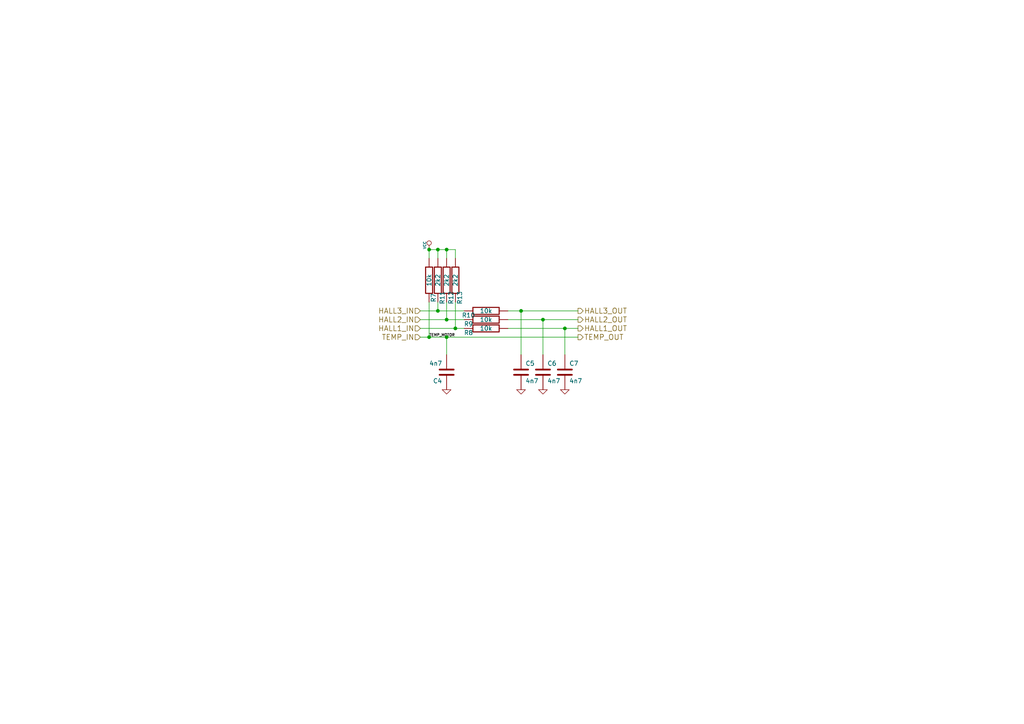
<source format=kicad_sch>
(kicad_sch (version 20230121) (generator eeschema)
  (paper "A4")
  (title_block (title "BLDC Driver 4.11") (date "21 aug 2015") (rev "4.12") (company "Benjamin Vedder"))
  (lib_symbols
    (symbol "BLDC_4-rescue:C-RESCUE-BLDC_4" (pin_numbers hide) (pin_names (offset 0.254))
      (property "Reference" "C" (at 0 2.54 0))
      (property "Value" "C-RESCUE-BLDC_4" (at 0.1524 -2.159 0))
      (symbol "C-RESCUE-BLDC_4_0_1"
        (polyline (pts (xy -2.032 -0.762) (xy 2.032 -0.762)) (stroke (width 0.508)))
        (polyline (pts (xy -2.032 0.762) (xy 2.032 0.762)) (stroke (width 0.508)))
      )
      (symbol "C-RESCUE-BLDC_4_1_1"
        (pin passive line (at 0 5.08 270) (length 4.318) (name "~") (number "1"))
        (pin passive line (at 0 -5.08 90) (length 4.318) (name "~") (number "2"))
      )
    )
    (symbol "BLDC_4-rescue:GND-RESCUE-BLDC_4" (power) (pin_names (offset 0))
      (symbol "GND-RESCUE-BLDC_4_0_1"
        (polyline (pts (xy -1.27 0) (xy 0 -1.27) (xy 1.27 0) (xy -1.27 0)))
      )
      (symbol "GND-RESCUE-BLDC_4_1_1"
        (pin power_in line (at 0 0 90) (length 0) hide (name "GND") (number "1"))
      )
    )
    (symbol "BLDC_4-rescue:R-RESCUE-BLDC_4" (pin_numbers hide) (pin_names (offset 0))
      (property "Reference" "R" (at 2.032 0 90))
      (property "Value" "R-RESCUE-BLDC_4" (at 0.1778 0.0254 90))
      (symbol "R-RESCUE-BLDC_4_0_1"
        (rectangle (start -1.016 3.81) (end 1.016 -3.81) (stroke (width 0.3048)))
      )
      (symbol "R-RESCUE-BLDC_4_1_1"
        (pin passive line (at 0 6.35 270) (length 2.54) (name "~") (number "1"))
        (pin passive line (at 0 -6.35 90) (length 2.54) (name "~") (number "2"))
      )
    )
    (symbol "BLDC_4-rescue:VCC" (power) (pin_names (offset 0))
      (property "Value" "VCC" (at 0 3.81 0))
      (symbol "VCC_0_1"
        (polyline (pts (xy 0 0) (xy 0 1.27)))
        (circle (center 0 1.905) (radius 0.635))
      )
      (symbol "VCC_1_1"
        (pin power_in line (at 0 0 90) (length 0) hide (name "VCC") (number "1"))
      )
    )
  )
  (junction (at 129.54 97.79))
  (junction (at 157.48 92.71))
  (junction (at 129.54 72.39))
  (junction (at 124.46 97.79))
  (junction (at 151.13 90.17))
  (junction (at 124.46 72.39))
  (junction (at 132.08 95.25))
  (junction (at 163.83 95.25))
  (junction (at 127 90.17))
  (junction (at 129.54 92.71))
  (junction (at 127 72.39))
  (wire (pts (xy 124.46 97.79) (xy 129.54 97.79)))
  (wire (pts (xy 129.54 72.39) (xy 132.08 72.39)))
  (wire (pts (xy 127 72.39) (xy 129.54 72.39)))
  (wire (pts (xy 132.08 72.39) (xy 132.08 74.93)))
  (wire (pts (xy 121.92 97.79) (xy 124.46 97.79)))
  (wire (pts (xy 147.32 90.17) (xy 151.13 90.17)))
  (wire (pts (xy 157.48 92.71) (xy 167.64 92.71)))
  (wire (pts (xy 124.46 72.39) (xy 124.46 74.93)))
  (wire (pts (xy 129.54 97.79) (xy 167.64 97.79)))
  (wire (pts (xy 124.46 72.39) (xy 127 72.39)))
  (wire (pts (xy 157.48 92.71) (xy 157.48 102.87)))
  (wire (pts (xy 127 87.63) (xy 127 90.17)))
  (wire (pts (xy 121.92 95.25) (xy 132.08 95.25)))
  (wire (pts (xy 132.08 87.63) (xy 132.08 95.25)))
  (wire (pts (xy 129.54 92.71) (xy 134.62 92.71)))
  (wire (pts (xy 127 74.93) (xy 127 72.39)))
  (wire (pts (xy 147.32 92.71) (xy 157.48 92.71)))
  (wire (pts (xy 132.08 95.25) (xy 134.62 95.25)))
  (wire (pts (xy 121.92 92.71) (xy 129.54 92.71)))
  (wire (pts (xy 129.54 72.39) (xy 129.54 74.93)))
  (wire (pts (xy 151.13 90.17) (xy 151.13 102.87)))
  (wire (pts (xy 163.83 95.25) (xy 167.64 95.25)))
  (wire (pts (xy 147.32 95.25) (xy 163.83 95.25)))
  (wire (pts (xy 127 90.17) (xy 134.62 90.17)))
  (wire (pts (xy 151.13 90.17) (xy 167.64 90.17)))
  (wire (pts (xy 163.83 95.25) (xy 163.83 102.87)))
  (wire (pts (xy 129.54 87.63) (xy 129.54 92.71)))
  (wire (pts (xy 124.46 87.63) (xy 124.46 97.79)))
  (wire (pts (xy 121.92 90.17) (xy 127 90.17)))
  (wire (pts (xy 129.54 97.79) (xy 129.54 102.87)))
  (label "TEMP_MOTOR" (at 124.46 97.79 0) (effects (font (size 0.762 0.762))))
  (hierarchical_label "HALL1_IN" (shape input) (at 121.92 95.25 180) (effects (font (size 1.524 1.524))))
  (hierarchical_label "HALL2_IN" (shape input) (at 121.92 92.71 180) (effects (font (size 1.524 1.524))))
  (hierarchical_label "HALL3_IN" (shape input) (at 121.92 90.17 180) (effects (font (size 1.524 1.524))))
  (hierarchical_label "HALL3_OUT" (shape output) (at 167.64 90.17 0) (effects (font (size 1.524 1.524))))
  (hierarchical_label "TEMP_IN" (shape input) (at 121.92 97.79 180) (effects (font (size 1.524 1.524))))
  (hierarchical_label "HALL2_OUT" (shape output) (at 167.64 92.71 0) (effects (font (size 1.524 1.524))))
  (hierarchical_label "TEMP_OUT" (shape output) (at 167.64 97.79 0) (effects (font (size 1.524 1.524))))
  (hierarchical_label "HALL1_OUT" (shape output) (at 167.64 95.25 0) (effects (font (size 1.524 1.524))))
  (symbol (lib_id "BLDC_4-rescue:R-RESCUE-BLDC_4") (at 124.46 81.28 180) (unit 1)
    (property "Reference" "R7" (at 125.73 86.36 90))
    (property "Value" "10k" (at 124.46 81.28 90))
    (property "Footprint" "CRF1:SMD-0603_r" (effects hide))
  )
  (symbol (lib_id "BLDC_4-rescue:R-RESCUE-BLDC_4") (at 140.97 95.25 90) (unit 1)
    (property "Reference" "R8" (at 135.89 96.52 90))
    (property "Value" "10k" (at 140.97 95.25 90))
    (property "Footprint" "CRF1:SMD-0603_r" (effects hide))
  )
  (symbol (lib_id "BLDC_4-rescue:R-RESCUE-BLDC_4") (at 140.97 92.71 90) (unit 1)
    (property "Reference" "R9" (at 135.89 93.98 90))
    (property "Value" "10k" (at 140.97 92.71 90))
    (property "Footprint" "CRF1:SMD-0603_r" (effects hide))
  )
  (symbol (lib_id "BLDC_4-rescue:R-RESCUE-BLDC_4") (at 140.97 90.17 90) (unit 1)
    (property "Reference" "R10" (at 135.89 91.44 90))
    (property "Value" "10k" (at 140.97 90.17 90))
    (property "Footprint" "CRF1:SMD-0603_r" (effects hide))
  )
  (symbol (lib_id "BLDC_4-rescue:C-RESCUE-BLDC_4") (at 151.13 107.95 0) (unit 1)
    (property "Reference" "C5" (at 152.4 105.41 0) (effects (justify left)))
    (property "Value" "4n7" (at 152.4 110.49 0) (effects (justify left)))
    (property "Footprint" "CRF1:SMD-0603_c" (effects hide))
  )
  (symbol (lib_id "BLDC_4-rescue:C-RESCUE-BLDC_4") (at 157.48 107.95 0) (unit 1)
    (property "Reference" "C6" (at 158.75 105.41 0) (effects (justify left)))
    (property "Value" "4n7" (at 158.75 110.49 0) (effects (justify left)))
    (property "Footprint" "CRF1:SMD-0603_c" (effects hide))
  )
  (symbol (lib_id "BLDC_4-rescue:C-RESCUE-BLDC_4") (at 163.83 107.95 0) (unit 1)
    (property "Reference" "C7" (at 165.1 105.41 0) (effects (justify left)))
    (property "Value" "4n7" (at 165.1 110.49 0) (effects (justify left)))
    (property "Footprint" "CRF1:SMD-0603_c" (effects hide))
  )
  (symbol (lib_id "BLDC_4-rescue:GND-RESCUE-BLDC_4") (at 151.13 113.03 0) (unit 1)
    (property "Reference" "#PWR030" (effects hide))
    (property "Value" "GND" (effects hide))
  )
  (symbol (lib_id "BLDC_4-rescue:R-RESCUE-BLDC_4") (at 127 81.28 180) (unit 1)
    (property "Reference" "R11" (at 128.27 86.36 90))
    (property "Value" "2k2" (at 127 81.28 90))
    (property "Footprint" "CRF1:SMD-0603_r" (effects hide))
  )
  (symbol (lib_id "BLDC_4-rescue:R-RESCUE-BLDC_4") (at 129.54 81.28 180) (unit 1)
    (property "Reference" "R12" (at 130.81 86.36 90))
    (property "Value" "2k2" (at 129.54 81.28 90))
    (property "Footprint" "CRF1:SMD-0603_r" (effects hide))
  )
  (symbol (lib_id "BLDC_4-rescue:R-RESCUE-BLDC_4") (at 132.08 81.28 180) (unit 1)
    (property "Reference" "R13" (at 133.35 86.36 90))
    (property "Value" "2k2" (at 132.08 81.28 90))
    (property "Footprint" "CRF1:SMD-0603_r" (effects hide))
  )
  (symbol (lib_id "BLDC_4-rescue:C-RESCUE-BLDC_4") (at 129.54 107.95 180) (unit 1)
    (property "Reference" "C4" (at 128.27 110.49 0) (effects (justify left)))
    (property "Value" "4n7" (at 128.27 105.41 0) (effects (justify left)))
    (property "Footprint" "CRF1:SMD-0603_c" (effects hide))
  )
  (symbol (lib_id "BLDC_4-rescue:GND-RESCUE-BLDC_4") (at 129.54 113.03 0) (unit 1)
    (property "Reference" "#PWR031" (effects hide))
    (property "Value" "GND" (effects hide))
  )
  (symbol (lib_id "BLDC_4-rescue:VCC") (at 124.46 72.39 0) (unit 1)
    (property "Reference" "#PWR032" (effects hide))
    (property "Value" "VCC" (at 123.19 71.12 90) (effects (font (size 0.762 0.762))))
  )
  (symbol (lib_id "BLDC_4-rescue:GND-RESCUE-BLDC_4") (at 157.48 113.03 0) (unit 1)
    (property "Reference" "#PWR033" (effects hide))
    (property "Value" "GND" (effects hide))
  )
  (symbol (lib_id "BLDC_4-rescue:GND-RESCUE-BLDC_4") (at 163.83 113.03 0) (unit 1)
    (property "Reference" "#PWR034" (effects hide))
    (property "Value" "GND" (effects hide))
  )
)
</source>
